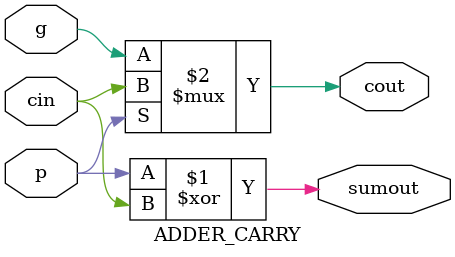
<source format=v>
module ADDER_CARRY (p, g, cin, sumout, cout);
    input p;
    input g;
    input cin;
    output sumout;
    output cout;

    assign {cout, sumout} = {p ? cin : g, p ^ cin};
endmodule

</source>
